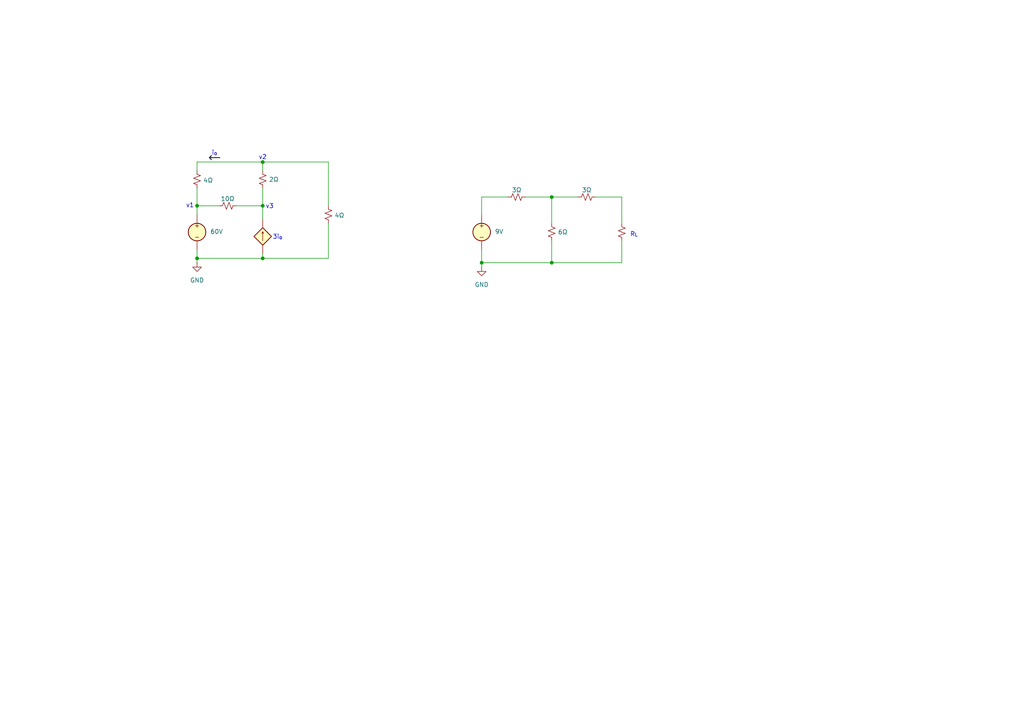
<source format=kicad_sch>
(kicad_sch (version 20250114) (generator "eeschema") (generator_version "9.0")
  (paper "A4")
  (lib_symbols
    (symbol "1_EC2019:IDC_controlled" (pin_numbers (hide yes)) (pin_names (offset 0.0254) (hide yes))
      (property "Reference" "I" (at 2.54 2.54 0))
      (symbol "IDC_controlled_0_0"
        (polyline (pts (xy 0 -1.27) (xy 0 1.27)))
      )
      (symbol "IDC_controlled_0_1"
        (polyline (pts (xy 0 2.54) (xy 2.54 0) (xy 0 -2.54) (xy -2.54 0) (xy 0 2.54)) (stroke (width 0.254)) (fill (type background)))
        (polyline (pts (xy 0.254 0.889) (xy 0 1.397) (xy -0.254 0.889)))
      )
      (symbol "IDC_controlled_1_1"
        (pin passive line (at 0 5.08 270) (length 2.54) (name "~") (number "1"))
        (pin passive line (at 0 -5.08 90) (length 2.54) (name "~") (number "2"))
      )
    )
    (symbol "1_EC2019:VDC" (pin_numbers (hide yes)) (pin_names (offset 0) (hide yes))
      (property "Reference" "V" (at 2.54 2.54 0))
      (symbol "VDC_0_0"
        (polyline (pts (xy -0.508 -1.524) (xy 0.508 -1.524)))
        (text "+" (at 0 1.905 0) (effects (font (size 1.27 1.27))))
      )
      (symbol "VDC_0_1"
        (circle (center 0 0) (radius 2.54) (stroke (width 0.254)) (fill (type background)))
      )
      (symbol "VDC_1_1"
        (pin passive line (at 0 5.08 270) (length 2.54) (name "~") (number "1"))
        (pin passive line (at 0 -5.08 90) (length 2.54) (name "~") (number "2"))
      )
    )
    (symbol "Device:R_Small_US" (pin_numbers (hide yes)) (pin_names (offset 0.254) (hide yes))
      (property "Reference" "R" (at 0.762 0.508 0))
      (property "Value" "R_Small_US" (at 0.762 -1.016 0))
      (symbol "R_Small_US_1_1"
        (polyline (pts (xy 0 1.524) (xy 1.016 1.143) (xy 0 0.762) (xy -1.016 0.381) (xy 0 0)))
        (polyline (pts (xy 0 0) (xy 1.016 -0.381) (xy 0 -0.762) (xy -1.016 -1.143) (xy 0 -1.524)))
        (pin passive line (at 0 2.54 270) (length 1.016) (name "~") (number "1"))
        (pin passive line (at 0 -2.54 90) (length 1.016) (name "~") (number "2"))
      )
    )
    (symbol "power:GND" (power) (pin_numbers (hide yes)) (pin_names (offset 0) (hide yes))
      (property "Value" "GND" (at 0 -3.81 0))
      (symbol "GND_0_1"
        (polyline (pts (xy 0 0) (xy 0 -1.27) (xy 1.27 -1.27) (xy 0 -2.54) (xy -1.27 -1.27) (xy 0 -1.27)))
      )
      (symbol "GND_1_1"
        (pin power_in line (at 0 0 270) (length 0) (name "~") (number "1"))
      )
    )
  )
  (text "v2" (at 76.2 45.72 0) (effects (font (size 1.27 1.27))))
  (text "v3" (at 78.232 59.944 0) (effects (font (size 1.27 1.27))))
  (text "R_{L}" (at 183.896 68.072 0) (effects (font (size 1.27 1.27))))
  (text "i_{o}" (at 62.23 44.45 0) (effects (font (size 1.27 1.27))))
  (text "3i_{o}" (at 80.518 68.834 0) (effects (font (size 1.27 1.27))))
  (text "v1" (at 55.118 59.69 0) (effects (font (size 1.27 1.27))))
  (junction (at 76.2 46.99))
  (junction (at 139.7 76.2))
  (junction (at 57.15 59.69))
  (junction (at 160.02 76.2))
  (junction (at 160.02 57.15))
  (junction (at 57.15 74.93))
  (junction (at 76.2 74.93))
  (junction (at 76.2 59.69))
  (wire (pts (xy 160.02 57.15) (xy 160.02 64.77)))
  (wire (pts (xy 57.15 72.39) (xy 57.15 74.93)))
  (wire (pts (xy 160.02 69.85) (xy 160.02 76.2)))
  (wire (pts (xy 180.34 57.15) (xy 180.34 64.77)))
  (wire (pts (xy 95.25 74.93) (xy 76.2 74.93)))
  (wire (pts (xy 76.2 74.93) (xy 57.15 74.93)))
  (wire (pts (xy 139.7 77.47) (xy 139.7 76.2)))
  (wire (pts (xy 57.15 46.99) (xy 76.2 46.99)))
  (wire (pts (xy 95.25 64.77) (xy 95.25 74.93)))
  (wire (pts (xy 76.2 54.61) (xy 76.2 59.69)))
  (wire (pts (xy 76.2 59.69) (xy 76.2 63.5)))
  (wire (pts (xy 57.15 49.53) (xy 57.15 46.99)))
  (wire (pts (xy 180.34 76.2) (xy 160.02 76.2)))
  (wire (pts (xy 57.15 54.61) (xy 57.15 59.69)))
  (wire (pts (xy 172.72 57.15) (xy 180.34 57.15)))
  (wire (pts (xy 180.34 69.85) (xy 180.34 76.2)))
  (wire (pts (xy 76.2 59.69) (xy 68.58 59.69)))
  (wire (pts (xy 95.25 46.99) (xy 76.2 46.99)))
  (wire (pts (xy 160.02 57.15) (xy 167.64 57.15)))
  (wire (pts (xy 139.7 57.15) (xy 147.32 57.15)))
  (wire (pts (xy 139.7 76.2) (xy 139.7 72.39)))
  (wire (pts (xy 57.15 59.69) (xy 63.5 59.69)))
  (wire (pts (xy 152.4 57.15) (xy 160.02 57.15)))
  (wire (pts (xy 57.15 74.93) (xy 57.15 76.2)))
  (wire (pts (xy 76.2 46.99) (xy 76.2 49.53)))
  (wire (pts (xy 76.2 73.66) (xy 76.2 74.93)))
  (wire (pts (xy 139.7 62.23) (xy 139.7 57.15)))
  (wire (pts (xy 57.15 59.69) (xy 57.15 62.23)))
  (wire (pts (xy 160.02 76.2) (xy 139.7 76.2)))
  (wire (pts (xy 95.25 59.69) (xy 95.25 46.99)))
  (image (at 62.23 45.72) (scale 0.23716))
  (symbol (lib_id "Device:R_Small_US") (at 170.18 57.15 90) (unit 1)
    (property "Reference" "R6" (effects (hide yes)))
    (property "Value" "3Ω" (at 170.18 55.118 90))
    (property "Description" "Resistor, small US symbol" (effects (hide yes)))
  )
  (symbol (lib_id "Device:R_Small_US") (at 66.04 59.69 90) (unit 1)
    (property "Reference" "R3" (effects (hide yes)))
    (property "Value" "10Ω" (at 66.04 57.658 90))
    (property "Description" "Resistor, small US symbol" (effects (hide yes)))
  )
  (symbol (lib_id "Device:R_Small_US") (at 76.2 52.07 0) (unit 1)
    (property "Reference" "R2" (effects (hide yes)))
    (property "Value" "2Ω" (at 77.978 52.07 0) (effects (justify left)))
    (property "Description" "Resistor, small US symbol" (effects (hide yes)))
  )
  (symbol (lib_id "Device:R_Small_US") (at 95.25 62.23 180) (unit 1)
    (property "Reference" "R4" (effects (hide yes)))
    (property "Value" "4Ω" (at 97.028 62.484 0) (effects (justify right)))
    (property "Description" "Resistor, small US symbol" (effects (hide yes)))
  )
  (symbol (lib_id "Device:R_Small_US") (at 57.15 52.07 0) (unit 1)
    (property "Reference" "R1" (effects (hide yes)))
    (property "Value" "4Ω" (at 58.928 52.324 0) (effects (justify left)))
    (property "Description" "Resistor, small US symbol" (effects (hide yes)))
  )
  (symbol (lib_id "Device:R_Small_US") (at 160.02 67.31 0) (unit 1)
    (property "Reference" "R7" (effects (hide yes)))
    (property "Value" "6Ω" (at 161.798 67.31 0) (effects (justify left)))
    (property "Description" "Resistor, small US symbol" (effects (hide yes)))
  )
  (symbol (lib_id "1_EC2019:VDC") (at 57.15 67.31 0) (unit 1)
    (property "Reference" "60V" (at 60.96 67.1801 0) (effects (justify left)))
    (property "Value" "1" (effects (hide yes)))
    (property "Sim.Pins" "1=+ 2=-" (effects (hide yes)))
    (property "Sim.Type" "DC" (effects (hide yes)))
    (property "Sim.Device" "V" (effects (hide yes)))
    (property "Spice_Netlist_Enabled" "Y" (effects (hide yes)))
  )
  (symbol (lib_id "1_EC2019:IDC_controlled") (at 76.2 68.58 0) (unit 1)
    (property "Reference" "I1" (effects (hide yes)))
    (property "Value" "1" (effects (hide yes)))
    (property "Sim.Pins" "1=+ 2=-" (effects (hide yes)))
    (property "Sim.Type" "DC" (effects (hide yes)))
    (property "Sim.Device" "I" (effects (hide yes)))
    (property "Spice_Netlist_Enabled" "Y" (effects (hide yes)))
  )
  (symbol (lib_id "power:GND") (at 57.15 76.2 0) (unit 1)
    (property "Reference" "#PWR01" (effects (hide yes)))
    (property "Value" "GND" (at 57.15 81.28 0))
    (property "Description" "Power symbol creates a global label with name \"GND\" , ground" (effects (hide yes)))
  )
  (symbol (lib_id "power:GND") (at 139.7 77.47 0) (unit 1)
    (property "Reference" "#PWR02" (effects (hide yes)))
    (property "Value" "GND" (at 139.7 82.55 0))
    (property "Description" "Power symbol creates a global label with name \"GND\" , ground" (effects (hide yes)))
  )
  (symbol (lib_id "1_EC2019:VDC") (at 139.7 67.31 0) (unit 1)
    (property "Reference" "9V" (at 143.51 67.1801 0) (effects (justify left)))
    (property "Value" "1" (effects (hide yes)))
    (property "Sim.Pins" "1=+ 2=-" (effects (hide yes)))
    (property "Sim.Type" "DC" (effects (hide yes)))
    (property "Sim.Device" "V" (effects (hide yes)))
  )
  (symbol (lib_id "Device:R_Small_US") (at 149.86 57.15 90) (unit 1)
    (property "Reference" "R5" (effects (hide yes)))
    (property "Value" "3Ω" (at 149.86 55.118 90))
    (property "Description" "Resistor, small US symbol" (effects (hide yes)))
  )
  (symbol (lib_id "Device:R_Small_US") (at 180.34 67.31 0) (unit 1)
    (property "Reference" "R8" (effects (hide yes)))
    (property "Value" "2Ω" (effects (hide yes)))
    (property "Description" "Resistor, small US symbol" (effects (hide yes)))
  )
)
</source>
